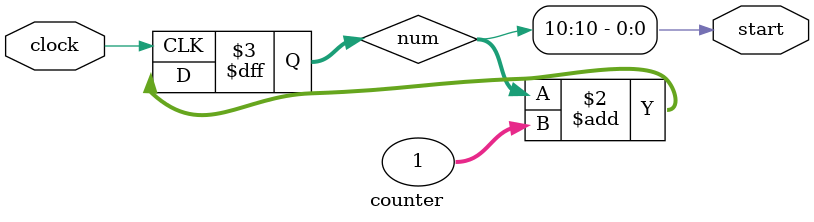
<source format=v>
module counter(
	input clock,
//	output wire [7:0] out,
	output wire start
	);

reg [32:0] num;

always @(posedge clock)
	begin
	num <= num + 1;
	end

//assign out = num [32:25];
assign start = num [10];
	
endmodule

</source>
